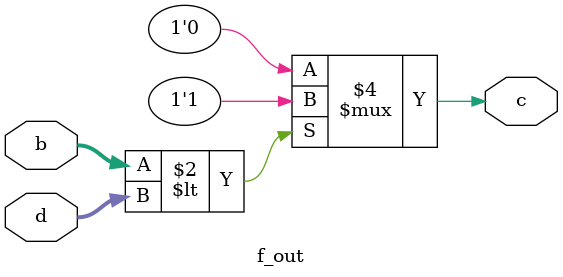
<source format=v>
module LLR_final(
input clock,
input [11:0]a1,a2,a3,a4,a5,a6,a7,a8,b1,b2,b3,b4,b5,b6,b7,b8,y11,y15,y21,y25,y32,y36,y42,y46,y53,y57,y63,y67,y74,y78,y84,y88,
output LLR);
wire [11:0]w11,w15,w21,w25,w32,w36,w42,w46,w53,w57,w63,w67,w74,w78,w84,w88,op1,op2;

adder_3 ader1(a1,y11,b1,w11);
adder_3 ader2(a1,y15,b5,w15);
adder_3 ader3(a2,y21,b1,w21);
adder_3 ader4(a2,y25,b5,w25);
adder_3 ader5(a3,y32,b2,w32);
adder_3 ader6(a3,y36,b6,w36);
adder_3 ader7(a4,y42,b2,w42);
adder_3 ader8(a4,y46,b6,w46);
adder_3 ader9(a5,y53,b3,w53);
adder_3 ader10(a5,y57,b7,w57);
adder_3 ader11(a6,y63,b3,w63);
adder_3 ader12(a6,y67,b7,w67);
adder_3 ader13(a7,y74,b4,w74);
adder_3 ader14(a7,y78,b8,w78);
adder_3 ader15(a8,y84,b4,w84);
adder_3 ader16(a8,y88,b8,w88);
magn_cmp mg1(w11,w25,w36,w42,w53,w67,w78,w84,op1);
magn_cmp mg2(w15,w21,w32,w46,w57,w63,w74,w88,op2);
f_out out(op1,op2,LLR);

endmodule


module adder_3(a,b,c,d);
input [11:0]a,b,c;
output [11:0]d;
assign d = a + b + c;
endmodule

module magn_cmp(a,b,c,d,e,f,g,h,i);
input [11:0]a,b,c,d,e,f,g,h;
output [11:0]i;
wire [11:0]r1,r2,r3,r4,r5,r6;
cmp cmp1(a,b,r1);
cmp cmp2(r1,c,r2);
cmp cmp3(r2,d,r3);
cmp cmp4(r3,e,r4);
cmp cmp5(r4,f,r5);
cmp cmp6(r5,g,r6);
cmp cmp7(r6,h,i);
endmodule 

module f_out(
input [11:0]b,d,
output reg c);
always@(d or b)
begin
    if(b < d)
      c <= 1'b1;
  else
      c <= 1'b0;
end
endmodule
</source>
